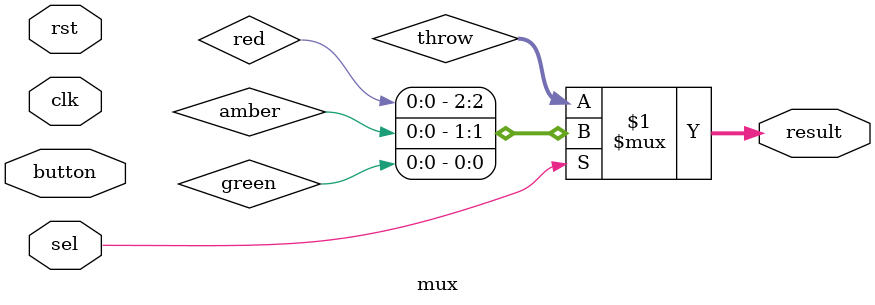
<source format=v>

module mux(
	input rst,
	input clk,
	input button,
	input sel,
	output [2:0] result
	);
	
	wire [2:0] throw;
	wire red;
	wire amber;
	wire green;

	// Instantiate Modules
	dice dice(.clk(clk), .rst(rst), .button(button));
	trafficlights trafficlights(.clk(clk));

	assign result = sel ? {red, amber, green} : throw;

endmodule

</source>
